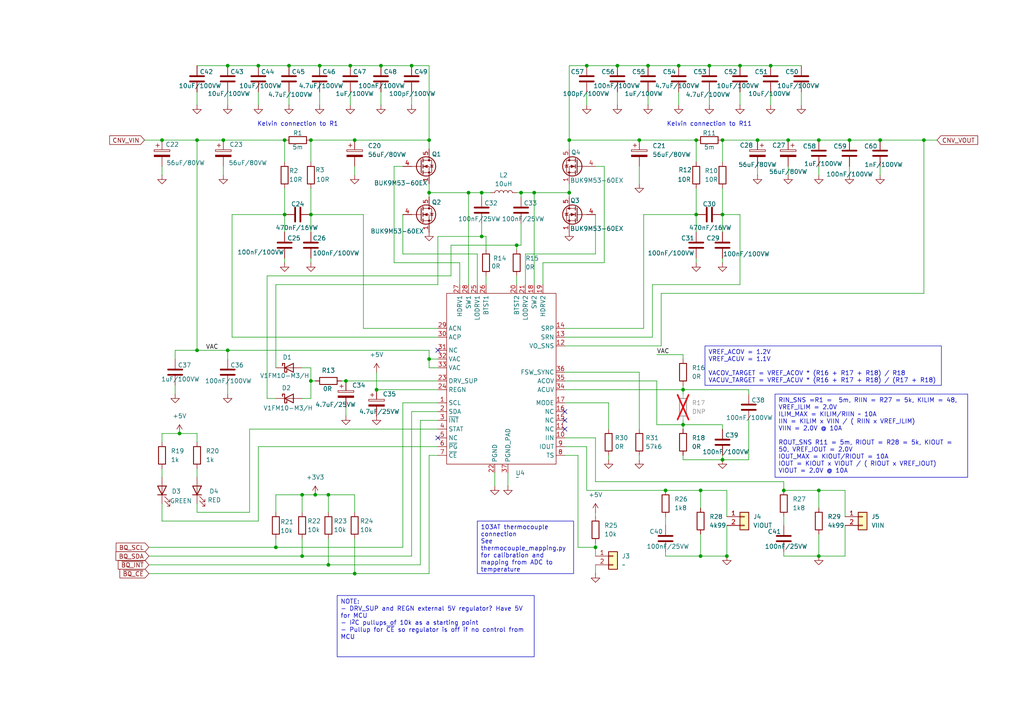
<source format=kicad_sch>
(kicad_sch (version 20231120) (generator "eeschema") (generator_version "8.0")
  (paper "A4")
  (junction (at 209.55 62.23))
  (junction (at 92.71 19.05))
  (junction (at 82.55 62.23))
  (junction (at 193.04 142.24))
  (junction (at 110.49 19.05))
  (junction (at 255.27 40.64))
  (junction (at 172.72 158.75))
  (junction (at 124.46 55.88))
  (junction (at 102.87 166.37))
  (junction (at 196.85 19.05))
  (junction (at 154.94 55.88))
  (junction (at 90.17 62.23))
  (junction (at 83.82 19.05))
  (junction (at 203.2 161.29))
  (junction (at 227.33 142.24))
  (junction (at 209.55 40.64))
  (junction (at 91.44 143.51))
  (junction (at 124.46 40.64))
  (junction (at 149.86 71.12))
  (junction (at 57.15 101.6))
  (junction (at 219.71 40.64))
  (junction (at 100.33 110.49))
  (junction (at 95.25 163.83))
  (junction (at 102.87 40.64))
  (junction (at 267.97 40.64))
  (junction (at 201.93 62.23))
  (junction (at 203.2 142.24))
  (junction (at 64.77 40.64))
  (junction (at 201.93 40.64))
  (junction (at 237.49 40.64))
  (junction (at 109.22 113.03))
  (junction (at 101.6 19.05))
  (junction (at 52.07 125.73))
  (junction (at 223.52 19.05))
  (junction (at 198.12 113.03))
  (junction (at 165.1 55.88))
  (junction (at 57.15 40.64))
  (junction (at 95.25 143.51))
  (junction (at 170.18 19.05))
  (junction (at 87.63 161.29))
  (junction (at 46.99 40.64))
  (junction (at 66.04 19.05))
  (junction (at 90.17 110.49))
  (junction (at 179.07 19.05))
  (junction (at 228.6 40.64))
  (junction (at 139.7 68.58))
  (junction (at 237.49 161.29))
  (junction (at 187.96 19.05))
  (junction (at 185.42 40.64))
  (junction (at 82.55 40.64))
  (junction (at 214.63 19.05))
  (junction (at 139.7 55.88))
  (junction (at 165.1 40.64))
  (junction (at 205.74 19.05))
  (junction (at 124.46 104.14))
  (junction (at 151.13 55.88))
  (junction (at 135.89 55.88))
  (junction (at 87.63 143.51))
  (junction (at 237.49 142.24))
  (junction (at 209.55 133.35))
  (junction (at 66.04 101.6))
  (junction (at 74.93 19.05))
  (junction (at 80.01 158.75))
  (junction (at 246.38 40.64))
  (junction (at 90.17 40.64))
  (junction (at 210.82 161.29))
  (junction (at 119.38 19.05))
  (junction (at 198.12 123.19))
  (no_connect (at 163.83 121.92))
  (no_connect (at 163.83 124.46))
  (no_connect (at 127 101.6))
  (no_connect (at 127 127))
  (no_connect (at 163.83 119.38))
  (wire (pts (xy 198.12 123.19) (xy 209.55 123.19)))
  (wire (pts (xy 190.5 110.49) (xy 190.5 123.19)))
  (wire (pts (xy 172.72 62.23) (xy 172.72 73.66)))
  (wire (pts (xy 46.99 146.05) (xy 46.99 151.13)))
  (wire (pts (xy 196.85 26.67) (xy 196.85 30.48)))
  (wire (pts (xy 41.91 40.64) (xy 46.99 40.64)))
  (wire (pts (xy 102.87 40.64) (xy 124.46 40.64)))
  (wire (pts (xy 186.69 62.23) (xy 186.69 95.25)))
  (wire (pts (xy 138.43 73.66) (xy 138.43 82.55)))
  (wire (pts (xy 246.38 48.26) (xy 246.38 50.8)))
  (wire (pts (xy 82.55 62.23) (xy 82.55 67.31)))
  (wire (pts (xy 196.85 19.05) (xy 187.96 19.05)))
  (wire (pts (xy 237.49 48.26) (xy 237.49 50.8)))
  (wire (pts (xy 102.87 156.21) (xy 102.87 166.37)))
  (wire (pts (xy 201.93 62.23) (xy 201.93 67.31)))
  (wire (pts (xy 165.1 40.64) (xy 165.1 43.18)))
  (wire (pts (xy 82.55 54.61) (xy 82.55 62.23)))
  (wire (pts (xy 151.13 71.12) (xy 149.86 71.12)))
  (wire (pts (xy 91.44 143.51) (xy 95.25 143.51)))
  (wire (pts (xy 237.49 161.29) (xy 245.11 161.29)))
  (wire (pts (xy 179.07 26.67) (xy 179.07 30.48)))
  (wire (pts (xy 116.84 62.23) (xy 116.84 73.66)))
  (wire (pts (xy 165.1 19.05) (xy 165.1 40.64)))
  (wire (pts (xy 119.38 19.05) (xy 124.46 19.05)))
  (wire (pts (xy 237.49 142.24) (xy 237.49 147.32)))
  (wire (pts (xy 77.47 115.57) (xy 77.47 80.01)))
  (wire (pts (xy 102.87 48.26) (xy 102.87 50.8)))
  (wire (pts (xy 87.63 115.57) (xy 90.17 115.57)))
  (wire (pts (xy 110.49 26.67) (xy 110.49 30.48)))
  (wire (pts (xy 57.15 40.64) (xy 57.15 101.6)))
  (wire (pts (xy 124.46 104.14) (xy 127 104.14)))
  (wire (pts (xy 116.84 73.66) (xy 138.43 73.66)))
  (wire (pts (xy 209.55 123.19) (xy 209.55 124.46)))
  (wire (pts (xy 66.04 101.6) (xy 66.04 104.14)))
  (wire (pts (xy 101.6 26.67) (xy 101.6 30.48)))
  (wire (pts (xy 209.55 54.61) (xy 209.55 62.23)))
  (wire (pts (xy 121.92 163.83) (xy 121.92 121.92)))
  (wire (pts (xy 170.18 19.05) (xy 165.1 19.05)))
  (wire (pts (xy 119.38 161.29) (xy 119.38 119.38)))
  (wire (pts (xy 185.42 40.64) (xy 201.93 40.64)))
  (wire (pts (xy 135.89 55.88) (xy 139.7 55.88)))
  (wire (pts (xy 95.25 143.51) (xy 95.25 148.59)))
  (wire (pts (xy 191.77 85.09) (xy 267.97 85.09)))
  (wire (pts (xy 43.18 158.75) (xy 80.01 158.75)))
  (wire (pts (xy 232.41 19.05) (xy 223.52 19.05)))
  (wire (pts (xy 214.63 26.67) (xy 214.63 30.48)))
  (wire (pts (xy 172.72 158.75) (xy 172.72 161.29)))
  (wire (pts (xy 163.83 97.79) (xy 189.23 97.79)))
  (wire (pts (xy 43.18 163.83) (xy 95.25 163.83)))
  (wire (pts (xy 198.12 123.19) (xy 198.12 124.46)))
  (wire (pts (xy 267.97 40.64) (xy 271.78 40.64)))
  (wire (pts (xy 100.33 118.11) (xy 100.33 120.65)))
  (wire (pts (xy 175.26 76.2) (xy 157.48 76.2)))
  (wire (pts (xy 189.23 82.55) (xy 214.63 82.55)))
  (wire (pts (xy 154.94 55.88) (xy 165.1 55.88)))
  (wire (pts (xy 127 106.68) (xy 124.46 106.68)))
  (wire (pts (xy 152.4 82.55) (xy 152.4 73.66)))
  (wire (pts (xy 124.46 55.88) (xy 124.46 57.15)))
  (wire (pts (xy 214.63 62.23) (xy 214.63 82.55)))
  (wire (pts (xy 245.11 142.24) (xy 245.11 149.86)))
  (wire (pts (xy 237.49 142.24) (xy 245.11 142.24)))
  (wire (pts (xy 121.92 121.92) (xy 127 121.92)))
  (wire (pts (xy 223.52 26.67) (xy 223.52 30.48)))
  (wire (pts (xy 203.2 161.29) (xy 210.82 161.29)))
  (wire (pts (xy 139.7 55.88) (xy 142.24 55.88)))
  (wire (pts (xy 57.15 26.67) (xy 57.15 30.48)))
  (wire (pts (xy 87.63 143.51) (xy 87.63 148.59)))
  (wire (pts (xy 232.41 26.67) (xy 232.41 30.48)))
  (wire (pts (xy 74.93 129.54) (xy 127 129.54)))
  (wire (pts (xy 119.38 119.38) (xy 127 119.38)))
  (wire (pts (xy 205.74 19.05) (xy 196.85 19.05)))
  (wire (pts (xy 151.13 55.88) (xy 151.13 57.15)))
  (wire (pts (xy 227.33 149.86) (xy 227.33 152.4)))
  (wire (pts (xy 227.33 139.7) (xy 227.33 142.24)))
  (wire (pts (xy 95.25 163.83) (xy 121.92 163.83)))
  (wire (pts (xy 152.4 73.66) (xy 172.72 73.66)))
  (wire (pts (xy 110.49 19.05) (xy 119.38 19.05)))
  (wire (pts (xy 124.46 53.34) (xy 124.46 55.88)))
  (wire (pts (xy 90.17 54.61) (xy 90.17 62.23)))
  (wire (pts (xy 255.27 48.26) (xy 255.27 50.8)))
  (wire (pts (xy 124.46 106.68) (xy 124.46 104.14)))
  (wire (pts (xy 151.13 55.88) (xy 154.94 55.88)))
  (wire (pts (xy 64.77 48.26) (xy 64.77 50.8)))
  (wire (pts (xy 90.17 62.23) (xy 105.41 62.23)))
  (wire (pts (xy 191.77 100.33) (xy 191.77 85.09)))
  (wire (pts (xy 57.15 125.73) (xy 57.15 128.27)))
  (wire (pts (xy 165.1 53.34) (xy 165.1 55.88)))
  (wire (pts (xy 193.04 142.24) (xy 203.2 142.24)))
  (wire (pts (xy 172.72 163.83) (xy 172.72 166.37)))
  (wire (pts (xy 185.42 107.95) (xy 185.42 124.46)))
  (wire (pts (xy 154.94 55.88) (xy 154.94 82.55)))
  (wire (pts (xy 127 82.55) (xy 127 68.58)))
  (wire (pts (xy 80.01 115.57) (xy 77.47 115.57)))
  (wire (pts (xy 57.15 19.05) (xy 66.04 19.05)))
  (wire (pts (xy 90.17 40.64) (xy 102.87 40.64)))
  (wire (pts (xy 90.17 106.68) (xy 90.17 110.49)))
  (wire (pts (xy 87.63 143.51) (xy 91.44 143.51)))
  (wire (pts (xy 149.86 71.12) (xy 149.86 72.39)))
  (wire (pts (xy 176.53 116.84) (xy 163.83 116.84)))
  (wire (pts (xy 157.48 76.2) (xy 157.48 82.55)))
  (wire (pts (xy 124.46 40.64) (xy 124.46 43.18)))
  (wire (pts (xy 172.72 148.59) (xy 172.72 149.86)))
  (wire (pts (xy 190.5 102.87) (xy 198.12 102.87)))
  (wire (pts (xy 210.82 152.4) (xy 210.82 161.29)))
  (wire (pts (xy 185.42 132.08) (xy 185.42 133.35)))
  (wire (pts (xy 87.63 156.21) (xy 87.63 161.29)))
  (wire (pts (xy 116.84 116.84) (xy 127 116.84)))
  (wire (pts (xy 90.17 110.49) (xy 90.17 115.57)))
  (wire (pts (xy 90.17 110.49) (xy 91.44 110.49)))
  (wire (pts (xy 198.12 133.35) (xy 209.55 133.35)))
  (wire (pts (xy 105.41 62.23) (xy 105.41 95.25)))
  (wire (pts (xy 90.17 74.93) (xy 90.17 76.2)))
  (wire (pts (xy 139.7 68.58) (xy 140.97 68.58)))
  (wire (pts (xy 198.12 121.92) (xy 198.12 123.19)))
  (wire (pts (xy 201.93 54.61) (xy 201.93 62.23)))
  (wire (pts (xy 217.17 121.92) (xy 217.17 133.35)))
  (wire (pts (xy 193.04 160.02) (xy 193.04 161.29)))
  (wire (pts (xy 172.72 48.26) (xy 175.26 48.26)))
  (wire (pts (xy 149.86 55.88) (xy 151.13 55.88)))
  (wire (pts (xy 90.17 40.64) (xy 90.17 46.99)))
  (wire (pts (xy 50.8 101.6) (xy 57.15 101.6)))
  (wire (pts (xy 127 97.79) (xy 67.31 97.79)))
  (wire (pts (xy 172.72 127) (xy 172.72 139.7)))
  (wire (pts (xy 46.99 135.89) (xy 46.99 138.43)))
  (wire (pts (xy 201.93 62.23) (xy 186.69 62.23)))
  (wire (pts (xy 147.32 137.16) (xy 147.32 140.97)))
  (wire (pts (xy 176.53 132.08) (xy 176.53 133.35)))
  (wire (pts (xy 167.64 132.08) (xy 167.64 158.75)))
  (wire (pts (xy 100.33 110.49) (xy 127 110.49)))
  (wire (pts (xy 163.83 127) (xy 172.72 127)))
  (wire (pts (xy 228.6 48.26) (xy 228.6 50.8)))
  (wire (pts (xy 124.46 104.14) (xy 124.46 101.6)))
  (wire (pts (xy 57.15 146.05) (xy 57.15 148.59)))
  (wire (pts (xy 217.17 113.03) (xy 217.17 114.3)))
  (wire (pts (xy 64.77 40.64) (xy 82.55 40.64)))
  (wire (pts (xy 46.99 40.64) (xy 57.15 40.64)))
  (wire (pts (xy 267.97 85.09) (xy 267.97 40.64)))
  (wire (pts (xy 227.33 160.02) (xy 227.33 161.29)))
  (wire (pts (xy 105.41 95.25) (xy 127 95.25)))
  (wire (pts (xy 163.83 100.33) (xy 191.77 100.33)))
  (wire (pts (xy 219.71 48.26) (xy 219.71 50.8)))
  (wire (pts (xy 74.93 19.05) (xy 83.82 19.05)))
  (wire (pts (xy 67.31 62.23) (xy 82.55 62.23)))
  (wire (pts (xy 83.82 26.67) (xy 83.82 30.48)))
  (wire (pts (xy 95.25 143.51) (xy 102.87 143.51)))
  (wire (pts (xy 214.63 19.05) (xy 205.74 19.05)))
  (wire (pts (xy 101.6 19.05) (xy 110.49 19.05)))
  (wire (pts (xy 87.63 161.29) (xy 119.38 161.29)))
  (wire (pts (xy 77.47 80.01) (xy 130.81 80.01)))
  (wire (pts (xy 175.26 48.26) (xy 175.26 76.2)))
  (wire (pts (xy 66.04 111.76) (xy 66.04 114.3)))
  (wire (pts (xy 57.15 148.59) (xy 72.39 148.59)))
  (wire (pts (xy 139.7 55.88) (xy 139.7 57.15)))
  (wire (pts (xy 172.72 139.7) (xy 227.33 139.7)))
  (wire (pts (xy 163.83 132.08) (xy 167.64 132.08)))
  (wire (pts (xy 67.31 97.79) (xy 67.31 62.23)))
  (wire (pts (xy 228.6 40.64) (xy 237.49 40.64)))
  (wire (pts (xy 203.2 154.94) (xy 203.2 161.29)))
  (wire (pts (xy 201.93 40.64) (xy 201.93 46.99)))
  (wire (pts (xy 227.33 142.24) (xy 237.49 142.24)))
  (wire (pts (xy 143.51 137.16) (xy 143.51 140.97)))
  (wire (pts (xy 198.12 102.87) (xy 198.12 104.14)))
  (wire (pts (xy 205.74 26.67) (xy 205.74 30.48)))
  (wire (pts (xy 170.18 26.67) (xy 170.18 30.48)))
  (wire (pts (xy 186.69 95.25) (xy 163.83 95.25)))
  (wire (pts (xy 163.83 113.03) (xy 198.12 113.03)))
  (wire (pts (xy 102.87 166.37) (xy 124.46 166.37)))
  (wire (pts (xy 90.17 62.23) (xy 90.17 67.31)))
  (wire (pts (xy 170.18 129.54) (xy 170.18 142.24)))
  (wire (pts (xy 102.87 143.51) (xy 102.87 148.59)))
  (wire (pts (xy 203.2 142.24) (xy 203.2 147.32)))
  (wire (pts (xy 50.8 104.14) (xy 50.8 101.6)))
  (wire (pts (xy 109.22 107.95) (xy 109.22 113.03)))
  (wire (pts (xy 185.42 48.26) (xy 185.42 53.34)))
  (wire (pts (xy 214.63 62.23) (xy 209.55 62.23)))
  (wire (pts (xy 66.04 26.67) (xy 66.04 30.48)))
  (wire (pts (xy 57.15 101.6) (xy 66.04 101.6)))
  (wire (pts (xy 114.3 76.2) (xy 133.35 76.2)))
  (wire (pts (xy 130.81 80.01) (xy 130.81 71.12)))
  (wire (pts (xy 209.55 133.35) (xy 217.17 133.35)))
  (wire (pts (xy 82.55 74.93) (xy 82.55 76.2)))
  (wire (pts (xy 246.38 40.64) (xy 255.27 40.64)))
  (wire (pts (xy 170.18 142.24) (xy 193.04 142.24)))
  (wire (pts (xy 130.81 71.12) (xy 149.86 71.12)))
  (wire (pts (xy 92.71 19.05) (xy 101.6 19.05)))
  (wire (pts (xy 149.86 80.01) (xy 149.86 82.55)))
  (wire (pts (xy 209.55 132.08) (xy 209.55 133.35)))
  (wire (pts (xy 83.82 19.05) (xy 92.71 19.05)))
  (wire (pts (xy 124.46 132.08) (xy 127 132.08)))
  (wire (pts (xy 219.71 40.64) (xy 209.55 40.64)))
  (wire (pts (xy 124.46 19.05) (xy 124.46 40.64)))
  (wire (pts (xy 190.5 123.19) (xy 198.12 123.19)))
  (wire (pts (xy 255.27 40.64) (xy 267.97 40.64)))
  (wire (pts (xy 237.49 154.94) (xy 237.49 161.29)))
  (wire (pts (xy 140.97 80.01) (xy 140.97 82.55)))
  (wire (pts (xy 198.12 113.03) (xy 198.12 114.3)))
  (wire (pts (xy 163.83 110.49) (xy 190.5 110.49)))
  (wire (pts (xy 66.04 19.05) (xy 74.93 19.05)))
  (wire (pts (xy 187.96 26.67) (xy 187.96 30.48)))
  (wire (pts (xy 80.01 82.55) (xy 127 82.55)))
  (wire (pts (xy 135.89 82.55) (xy 135.89 55.88)))
  (wire (pts (xy 209.55 62.23) (xy 209.55 67.31)))
  (wire (pts (xy 209.55 74.93) (xy 209.55 76.2)))
  (wire (pts (xy 116.84 48.26) (xy 114.3 48.26)))
  (wire (pts (xy 99.06 110.49) (xy 100.33 110.49)))
  (wire (pts (xy 172.72 157.48) (xy 172.72 158.75)))
  (wire (pts (xy 46.99 151.13) (xy 74.93 151.13)))
  (wire (pts (xy 139.7 64.77) (xy 139.7 68.58)))
  (wire (pts (xy 124.46 166.37) (xy 124.46 132.08)))
  (wire (pts (xy 228.6 40.64) (xy 219.71 40.64)))
  (wire (pts (xy 52.07 125.73) (xy 57.15 125.73)))
  (wire (pts (xy 140.97 68.58) (xy 140.97 72.39)))
  (wire (pts (xy 82.55 40.64) (xy 82.55 46.99)))
  (wire (pts (xy 193.04 161.29) (xy 203.2 161.29)))
  (wire (pts (xy 165.1 55.88) (xy 165.1 57.15)))
  (wire (pts (xy 185.42 40.64) (xy 165.1 40.64)))
  (wire (pts (xy 43.18 161.29) (xy 87.63 161.29)))
  (wire (pts (xy 245.11 152.4) (xy 245.11 161.29)))
  (wire (pts (xy 87.63 106.68) (xy 90.17 106.68)))
  (wire (pts (xy 198.12 113.03) (xy 217.17 113.03)))
  (wire (pts (xy 46.99 48.26) (xy 46.99 50.8)))
  (wire (pts (xy 116.84 158.75) (xy 116.84 116.84)))
  (wire (pts (xy 198.12 132.08) (xy 198.12 133.35)))
  (wire (pts (xy 80.01 156.21) (xy 80.01 158.75)))
  (wire (pts (xy 176.53 124.46) (xy 176.53 116.84)))
  (wire (pts (xy 167.64 158.75) (xy 172.72 158.75)))
  (wire (pts (xy 151.13 64.77) (xy 151.13 71.12)))
  (wire (pts (xy 80.01 143.51) (xy 87.63 143.51)))
  (wire (pts (xy 223.52 19.05) (xy 214.63 19.05)))
  (wire (pts (xy 114.3 48.26) (xy 114.3 76.2)))
  (wire (pts (xy 163.83 129.54) (xy 170.18 129.54)))
  (wire (pts (xy 72.39 124.46) (xy 127 124.46)))
  (wire (pts (xy 163.83 107.95) (xy 185.42 107.95)))
  (wire (pts (xy 189.23 97.79) (xy 189.23 82.55)))
  (wire (pts (xy 74.93 151.13) (xy 74.93 129.54)))
  (wire (pts (xy 198.12 113.03) (xy 198.12 111.76)))
  (wire (pts (xy 187.96 19.05) (xy 179.07 19.05)))
  (wire (pts (xy 237.49 40.64) (xy 246.38 40.64)))
  (wire (pts (xy 57.15 135.89) (xy 57.15 138.43)))
  (wire (pts (xy 193.04 149.86) (xy 193.04 152.4)))
  (wire (pts (xy 46.99 125.73) (xy 52.07 125.73)))
  (wire (pts (xy 80.01 158.75) (xy 116.84 158.75)))
  (wire (pts (xy 92.71 26.67) (xy 92.71 30.48)))
  (wire (pts (xy 124.46 101.6) (xy 66.04 101.6)))
  (wire (pts (xy 210.82 142.24) (xy 210.82 149.86)))
  (wire (pts (xy 203.2 142.24) (xy 210.82 142.24)))
  (wire (pts (xy 133.35 76.2) (xy 133.35 82.55)))
  (wire (pts (xy 179.07 19.05) (xy 170.18 19.05)))
  (wire (pts (xy 50.8 111.76) (xy 50.8 114.3)))
  (wire (pts (xy 72.39 148.59) (xy 72.39 124.46)))
  (wire (pts (xy 119.38 26.67) (xy 119.38 30.48)))
  (wire (pts (xy 201.93 74.93) (xy 201.93 76.2)))
  (wire (pts (xy 95.25 156.21) (xy 95.25 163.83)))
  (wire (pts (xy 124.46 55.88) (xy 135.89 55.88)))
  (wire (pts (xy 57.15 40.64) (xy 64.77 40.64)))
  (wire (pts (xy 80.01 106.68) (xy 80.01 82.55)))
  (wire (pts (xy 46.99 125.73) (xy 46.99 128.27)))
  (wire (pts (xy 109.22 113.03) (xy 127 113.03)))
  (wire (pts (xy 209.55 40.64) (xy 209.55 46.99)))
  (wire (pts (xy 80.01 148.59) (xy 80.01 143.51)))
  (wire (pts (xy 127 68.58) (xy 139.7 68.58)))
  (wire (pts (xy 43.18 166.37) (xy 102.87 166.37)))
  (wire (pts (xy 227.33 161.29) (xy 237.49 161.29)))
  (wire (pts (xy 74.93 26.67) (xy 74.93 30.48)))
  (text_box "103AT thermocouple connection\nSee thermocouple_mapping.py for calibration and mapping from ADC to temperature" (at 138.43 151.13 0) (size 27.94 15.24) (effects (font (size 1.27 1.27)) (justify left top)))
  (text_box "RIN_SNS =R1 =  5m, RIIN = R27 = 5k, KILIM = 48, VREF_ILIM = 2.0V\nILIM_MAX = KILIM/RIIN ~ 10A\nIIN = KILIM x VIIN / ( RIIN x VREF_ILIM)\nVIIN = 2.0V @ 10A\n \nROUT_SNS R11 = 5m, RIOUT = R28 = 5k, KIOUT = 50, VREF_IOUT = 2.0V\nIOUT_MAX = KIOUT/RIOUT = 10A\nIOUT = KIOUT x VIOUT / ( RIOUT x VREF_IOUT)\nVIOUT = 2.0V @ 10A\n" (at 224.79 114.3 0) (size 55.88 24.13) (effects (font (size 1.27 1.27)) (justify left top)))
  (text_box "VREF_ACOV = 1.2V\nVREF_ACUV = 1.1V\n\nVACOV_TARGET = VREF_ACOV * (R16 + R17 + R18) / R18\nVACUV_TARGET = VREF_ACUV * (R16 + R17 + R18) / (R17 + R18)\n" (at 204.47 100.33 0) (size 68.58 11.43) (effects (font (size 1.27 1.27)) (justify left top)))
  (text_box "NOTE:\n- DRV_SUP and REGN external 5V regulator? Have 5V for MCU\n- I^{2}C pullups of 10k as a starting point\n- Pullup for ~{CE} so regulator is off if no control from MCU" (at 97.79 172.72 0) (size 57.15 17.78) (effects (font (size 1.27 1.27)) (justify left top)))
  (text "Kelvin connection to R11" (at 205.74 36.068 0) (effects (font (size 1.27 1.27))))
  (text "Kelvin connection to R1" (at 86.36 36.068 0) (effects (font (size 1.27 1.27))))
  (label "VAC" (at 59.69 101.6 0))
  (label "VAC" (at 190.5 102.87 0))
  (global_label "~{BQ_CE}" (shape input) (at 43.18 166.37 180) (property "Intersheetrefs" "${INTERSHEET_REFS}" (effects (hide yes))))
  (global_label "BQ_SDA" (shape input) (at 43.18 161.29 180) (property "Intersheetrefs" "${INTERSHEET_REFS}" (effects (hide yes))))
  (global_label "CNV_VIN" (shape input) (at 41.91 40.64 180) (property "Intersheetrefs" "${INTERSHEET_REFS}" (effects (hide yes))))
  (global_label "~{BQ_INT}" (shape input) (at 43.18 163.83 180) (property "Intersheetrefs" "${INTERSHEET_REFS}" (effects (hide yes))))
  (global_label "CNV_VOUT" (shape input) (at 271.78 40.64 0) (property "Intersheetrefs" "${INTERSHEET_REFS}" (effects (hide yes))))
  (global_label "BQ_SCL" (shape input) (at 43.18 158.75 180) (property "Intersheetrefs" "${INTERSHEET_REFS}" (effects (hide yes))))
  (symbol (lib_id "Device:LED") (at 46.99 142.24 90) (unit 1)
    (property "Reference" "D3" (at 49.784 142.494 90) (effects (justify right)))
    (property "Value" "GREEN" (at 49.276 145.288 90) (effects (justify right)))
    (property "Footprint" "LED_SMD:LED_0603_1608Metric" (effects (hide yes)))
    (property "Description" "Light emitting diode" (effects (hide yes)))
  )
  (symbol (lib_id "BC-lib:BUK7Y4R8-60E") (at 121.92 62.23 0) (unit 1)
    (property "Reference" "Q2" (at 125.222 58.674 0) (effects (justify left)))
    (property "Value" "BUK9M53-60EX" (at 107.442 67.056 0) (effects (justify left)))
    (property "Footprint" "Package_TO_SOT_SMD:LFPAK33" (effects (hide yes)))
    (property "Datasheet" "https://assets.nexperia.com/documents/data-sheet/BUK9M53-60E.pdf" (effects (hide yes)))
    (property "Description" "17A Id, 60V Vds, N-Channel TrenchMOS MOSFET, 46mOhm Ron, 6nC Qqd, -55 to 175 °C, LFPAK33" (effects (hide yes)))
  )
  (symbol (lib_id "Device:C") (at 110.49 22.86 0) (unit 1)
    (property "Reference" "C48" (at 111.252 20.828 0) (effects (justify left)))
    (property "Value" "100nF/100VW" (at 103.886 24.892 0) (effects (justify left)))
    (property "Description" "Unpolarized capacitor" (effects (hide yes)))
  )
  (symbol (lib_id "power:GND") (at 214.63 30.48 0) (mirror y) (unit 1)
    (property "Reference" "#PWR065" (effects (hide yes)))
    (property "Value" "GND" (effects (hide yes)))
    (property "Description" "Power symbol creates a global label with name \"GND\" , ground" (effects (hide yes)))
  )
  (symbol (lib_id "Device:C") (at 205.74 62.23 270) (mirror x) (unit 1)
    (property "Reference" "C30" (at 205.74 59.182 90))
    (property "Value" "470nF/16VW" (at 205.994 66.04 90))
    (property "Description" "Unpolarized capacitor" (effects (hide yes)))
  )
  (symbol (lib_id "Device:C") (at 139.7 60.96 0) (unit 1)
    (property "Reference" "C32" (at 140.462 58.928 0) (effects (justify left)))
    (property "Value" "100nF/25VW" (at 132.842 63.5 0) (effects (justify left)))
    (property "Description" "Unpolarized capacitor" (effects (hide yes)))
  )
  (symbol (lib_id "Device:R") (at 172.72 153.67 0) (unit 1)
    (property "Reference" "R25" (at 175.26 152.3999 0) (effects (justify left)))
    (property "Value" "10k" (at 175.26 154.9399 0) (effects (justify left)))
    (property "Description" "Resistor" (effects (hide yes)))
  )
  (symbol (lib_id "Device:R") (at 86.36 40.64 90) (unit 1)
    (property "Reference" "R1" (at 86.36 38.608 90))
    (property "Value" "5m" (at 86.36 42.672 90))
    (property "Description" "Resistor" (effects (hide yes)))
  )
  (symbol (lib_id "Device:R") (at 209.55 50.8 0) (mirror y) (unit 1)
    (property "Reference" "R10" (at 208.28 49.53 0) (effects (justify left)))
    (property "Value" "10R" (at 208.28 52.07 0) (effects (justify left)))
    (property "Description" "Resistor" (effects (hide yes)))
  )
  (symbol (lib_id "power:GND") (at 102.87 50.8 0) (unit 1)
    (property "Reference" "#PWR033" (effects (hide yes)))
    (property "Value" "GND" (effects (hide yes)))
    (property "Description" "Power symbol creates a global label with name \"GND\" , ground" (effects (hide yes)))
  )
  (symbol (lib_id "power:GND") (at 170.18 30.48 0) (mirror y) (unit 1)
    (property "Reference" "#PWR070" (effects (hide yes)))
    (property "Value" "GND" (effects (hide yes)))
    (property "Description" "Power symbol creates a global label with name \"GND\" , ground" (effects (hide yes)))
  )
  (symbol (lib_id "power:GND") (at 255.27 50.8 0) (mirror y) (unit 1)
    (property "Reference" "#PWR073" (effects (hide yes)))
    (property "Value" "GND" (effects (hide yes)))
    (property "Description" "Power symbol creates a global label with name \"GND\" , ground" (effects (hide yes)))
  )
  (symbol (lib_id "power:GND") (at 101.6 30.48 0) (unit 1)
    (property "Reference" "#PWR060" (effects (hide yes)))
    (property "Value" "GND" (effects (hide yes)))
    (property "Description" "Power symbol creates a global label with name \"GND\" , ground" (effects (hide yes)))
  )
  (symbol (lib_id "Device:R") (at 57.15 132.08 0) (unit 1)
    (property "Reference" "R20" (at 59.69 130.8099 0) (effects (justify left)))
    (property "Value" "1k" (at 59.69 133.3499 0) (effects (justify left)))
    (property "Description" "Resistor" (effects (hide yes)))
  )
  (symbol (lib_id "Device:R") (at 185.42 128.27 0) (unit 1)
    (property "Reference" "R31" (at 187.198 127 0) (effects (justify left)))
    (property "Value" "57k6" (at 187.198 129.54 0) (effects (justify left)))
    (property "Description" "Resistor" (effects (hide yes)))
  )
  (symbol (lib_id "Device:C") (at 86.36 62.23 90) (unit 1)
    (property "Reference" "C24" (at 86.36 59.182 90))
    (property "Value" "470nF/16VW" (at 86.106 66.04 90))
    (property "Description" "Unpolarized capacitor" (effects (hide yes)))
  )
  (symbol (lib_id "Device:C") (at 217.17 118.11 0) (unit 1)
    (property "Reference" "C38" (at 217.932 116.078 0) (effects (justify left)))
    (property "Value" "100nF/100VW" (at 210.566 121.158 0) (effects (justify left)))
    (property "Description" "Unpolarized capacitor" (effects (hide yes)))
  )
  (symbol (lib_id "Device:C") (at 232.41 22.86 0) (mirror y) (unit 1)
    (property "Reference" "C50" (at 231.648 20.828 0) (effects (justify left)))
    (property "Value" "10uF/100VW" (at 237.744 24.892 0) (effects (justify left)))
    (property "Description" "Unpolarized capacitor" (effects (hide yes)))
  )
  (symbol (lib_id "Device:C_Polarized") (at 46.99 44.45 0) (unit 1)
    (property "Reference" "C22" (at 48.006 41.91 0) (effects (justify left)))
    (property "Value" "56uF/80VW" (at 48.26 47.244 0) (effects (justify left)))
    (property "Description" "Polarized capacitor" (effects (hide yes)))
  )
  (symbol (lib_id "power:GND") (at 50.8 114.3 0) (unit 1)
    (property "Reference" "#PWR043" (effects (hide yes)))
    (property "Value" "GND" (effects (hide yes)))
    (property "Description" "Power symbol creates a global label with name \"GND\" , ground" (effects (hide yes)))
  )
  (symbol (lib_id "power:GND") (at 201.93 76.2 0) (mirror y) (unit 1)
    (property "Reference" "#PWR038" (effects (hide yes)))
    (property "Value" "GND" (effects (hide yes)))
    (property "Description" "Power symbol creates a global label with name \"GND\" , ground" (effects (hide yes)))
  )
  (symbol (lib_id "power:GND") (at 209.55 133.35 0) (unit 1)
    (property "Reference" "#PWR045" (effects (hide yes)))
    (property "Value" "GND" (effects (hide yes)))
    (property "Description" "Power symbol creates a global label with name \"GND\" , ground" (effects (hide yes)))
  )
  (symbol (lib_id "power:GND") (at 172.72 166.37 0) (unit 1)
    (property "Reference" "#PWR050" (effects (hide yes)))
    (property "Value" "GND" (effects (hide yes)))
    (property "Description" "Power symbol creates a global label with name \"GND\" , ground" (effects (hide yes)))
  )
  (symbol (lib_id "power:GND") (at 143.51 140.97 0) (unit 1)
    (property "Reference" "#PWR041" (effects (hide yes)))
    (property "Value" "GND" (effects (hide yes)))
    (property "Description" "Power symbol creates a global label with name \"GND\" , ground" (effects (hide yes)))
  )
  (symbol (lib_id "power:GND") (at 185.42 133.35 0) (unit 1)
    (property "Reference" "#PWR054" (effects (hide yes)))
    (property "Value" "GND" (effects (hide yes)))
    (property "Description" "Power symbol creates a global label with name \"GND\" , ground" (effects (hide yes)))
  )
  (symbol (lib_id "Device:R") (at 149.86 76.2 180) (unit 1)
    (property "Reference" "R15" (at 152.4 74.9299 0) (effects (justify right)))
    (property "Value" "0R" (at 152.4 77.4699 0) (effects (justify right)))
    (property "Description" "Resistor" (effects (hide yes)))
  )
  (symbol (lib_id "Device:C") (at 151.13 60.96 0) (unit 1)
    (property "Reference" "C33" (at 151.892 58.928 0) (effects (justify left)))
    (property "Value" "100nF/25VW" (at 145.542 63.5 0) (effects (justify left)))
    (property "Description" "Unpolarized capacitor" (effects (hide yes)))
  )
  (symbol (lib_id "Device:R") (at 176.53 128.27 0) (unit 1)
    (property "Reference" "R30" (at 178.308 127 0) (effects (justify left)))
    (property "Value" "0R" (at 178.308 129.54 0) (effects (justify left)))
    (property "Description" "Resistor" (effects (hide yes)))
  )
  (symbol (lib_id "Device:C") (at 179.07 22.86 0) (mirror y) (unit 1)
    (property "Reference" "C56" (at 178.308 20.828 0) (effects (justify left)))
    (property "Value" "100nF/100VW" (at 185.674 24.892 0) (effects (justify left)))
    (property "Description" "Unpolarized capacitor" (effects (hide yes)))
  )
  (symbol (lib_id "Device:LED") (at 57.15 142.24 90) (unit 1)
    (property "Reference" "D4" (at 60.706 142.494 90) (effects (justify right)))
    (property "Value" "RED" (at 60.198 145.034 90) (effects (justify right)))
    (property "Footprint" "LED_SMD:LED_0603_1608Metric" (effects (hide yes)))
    (property "Description" "Light emitting diode" (effects (hide yes)))
  )
  (symbol (lib_id "Device:C") (at 196.85 22.86 0) (mirror y) (unit 1)
    (property "Reference" "C54" (at 196.088 20.828 0) (effects (justify left)))
    (property "Value" "4.7uF/100VW" (at 202.946 24.892 0) (effects (justify left)))
    (property "Description" "Unpolarized capacitor" (effects (hide yes)))
  )
  (symbol (lib_id "Device:R") (at 227.33 146.05 0) (unit 1)
    (property "Reference" "R27" (at 229.87 144.7799 0) (effects (justify left)))
    (property "Value" "1k8" (at 229.87 147.3199 0) (effects (justify left)))
    (property "Description" "Resistor" (effects (hide yes)))
  )
  (symbol (lib_id "Connector_Generic:Conn_01x02") (at 215.9 149.86 0) (unit 1)
    (property "Reference" "J4" (at 218.44 149.8599 0) (effects (justify left)))
    (property "Value" "VIOUT" (at 218.44 152.3999 0) (effects (justify left)))
    (property "Description" "Generic connector, single row, 01x02, script generated (kicad-library-utils/schlib/autogen/connector/)" (effects (hide yes)))
  )
  (symbol (lib_id "Device:C") (at 193.04 156.21 0) (mirror y) (unit 1)
    (property "Reference" "C40" (at 192.278 154.178 0) (effects (justify left)))
    (property "Value" "100nF/25VW" (at 199.898 158.496 0) (effects (justify left)))
    (property "Description" "Unpolarized capacitor" (effects (hide yes)))
  )
  (symbol (lib_id "power:GND") (at 237.49 161.29 0) (mirror y) (unit 1)
    (property "Reference" "#PWR052" (effects (hide yes)))
    (property "Value" "GND" (effects (hide yes)))
    (property "Description" "Power symbol creates a global label with name \"GND\" , ground" (effects (hide yes)))
  )
  (symbol (lib_id "Device:R") (at 198.12 118.11 0) (unit 1) (dnp yes)
    (property "Reference" "R17" (at 200.66 116.8399 0) (effects (justify left)))
    (property "Value" "DNP" (at 200.66 119.3799 0) (effects (justify left)))
    (property "Description" "Resistor" (effects (hide yes)))
  )
  (symbol (lib_id "power:GND") (at 119.38 30.48 0) (unit 1)
    (property "Reference" "#PWR062" (effects (hide yes)))
    (property "Value" "GND" (effects (hide yes)))
    (property "Description" "Power symbol creates a global label with name \"GND\" , ground" (effects (hide yes)))
  )
  (symbol (lib_id "Device:C") (at 82.55 71.12 0) (unit 1)
    (property "Reference" "C25" (at 83.312 69.088 0) (effects (justify left)))
    (property "Value" "100nF/100VW" (at 68.834 73.152 0) (effects (justify left)))
    (property "Description" "Unpolarized capacitor" (effects (hide yes)))
  )
  (symbol (lib_id "Device:C") (at 201.93 71.12 0) (mirror y) (unit 1)
    (property "Reference" "C31" (at 201.422 69.088 0) (effects (justify left)))
    (property "Value" "100nF/100VW" (at 201.422 73.406 0) (effects (justify left)))
    (property "Description" "Unpolarized capacitor" (effects (hide yes)))
  )
  (symbol (lib_id "power:GND") (at 196.85 30.48 0) (mirror y) (unit 1)
    (property "Reference" "#PWR067" (effects (hide yes)))
    (property "Value" "GND" (effects (hide yes)))
    (property "Description" "Power symbol creates a global label with name \"GND\" , ground" (effects (hide yes)))
  )
  (symbol (lib_id "Device:C") (at 187.96 22.86 0) (mirror y) (unit 1)
    (property "Reference" "C55" (at 187.198 20.828 0) (effects (justify left)))
    (property "Value" "1uF/100VW" (at 192.278 27.178 0) (effects (justify left)))
    (property "Description" "Unpolarized capacitor" (effects (hide yes)))
  )
  (symbol (lib_id "power:GND") (at 82.55 76.2 0) (unit 1)
    (property "Reference" "#PWR029" (effects (hide yes)))
    (property "Value" "GND" (effects (hide yes)))
    (property "Description" "Power symbol creates a global label with name \"GND\" , ground" (effects (hide yes)))
  )
  (symbol (lib_id "Device:C") (at 246.38 44.45 0) (mirror y) (unit 1)
    (property "Reference" "C59" (at 245.618 42.418 0) (effects (justify left)))
    (property "Value" "100nF/100VW" (at 253.238 50.546 0) (effects (justify left)))
    (property "Description" "Unpolarized capacitor" (effects (hide yes)))
  )
  (symbol (lib_id "power:GND") (at 64.77 50.8 0) (unit 1)
    (property "Reference" "#PWR032" (effects (hide yes)))
    (property "Value" "GND" (effects (hide yes)))
    (property "Description" "Power symbol creates a global label with name \"GND\" , ground" (effects (hide yes)))
  )
  (symbol (lib_id "power:GND") (at 92.71 30.48 0) (unit 1)
    (property "Reference" "#PWR059" (effects (hide yes)))
    (property "Value" "GND" (effects (hide yes)))
    (property "Description" "Power symbol creates a global label with name \"GND\" , ground" (effects (hide yes)))
  )
  (symbol (lib_id "Device:C") (at 170.18 22.86 0) (mirror y) (unit 1)
    (property "Reference" "C57" (at 169.418 20.828 0) (effects (justify left)))
    (property "Value" "100pF/100VW" (at 176.784 27.178 0) (effects (justify left)))
    (property "Description" "Unpolarized capacitor" (effects (hide yes)))
  )
  (symbol (lib_id "power:+5V") (at 91.44 143.51 0) (unit 1)
    (property "Reference" "#PWR047" (effects (hide yes)))
    (property "Value" "+3V3" (at 91.44 138.43 0))
    (property "Description" "Power symbol creates a global label with name \"+5V\"" (effects (hide yes)))
  )
  (symbol (lib_id "power:GND") (at 90.17 76.2 0) (unit 1)
    (property "Reference" "#PWR030" (effects (hide yes)))
    (property "Value" "GND" (effects (hide yes)))
    (property "Description" "Power symbol creates a global label with name \"GND\" , ground" (effects (hide yes)))
  )
  (symbol (lib_id "Device:C") (at 57.15 22.86 0) (unit 1)
    (property "Reference" "C42" (at 57.912 20.828 0) (effects (justify left)))
    (property "Value" "10uF/100VW" (at 51.816 24.892 0) (effects (justify left)))
    (property "Description" "Unpolarized capacitor" (effects (hide yes)))
  )
  (symbol (lib_id "Device:R") (at 46.99 132.08 0) (unit 1)
    (property "Reference" "R19" (at 49.53 130.8099 0) (effects (justify left)))
    (property "Value" "1k" (at 49.53 133.3499 0) (effects (justify left)))
    (property "Description" "Resistor" (effects (hide yes)))
  )
  (symbol (lib_id "Device:R") (at 140.97 76.2 180) (unit 1)
    (property "Reference" "R14" (at 143.002 74.93 0) (effects (justify right)))
    (property "Value" "0R" (at 142.494 77.216 0) (effects (justify right)))
    (property "Description" "Resistor" (effects (hide yes)))
  )
  (symbol (lib_id "Device:R") (at 95.25 110.49 90) (unit 1)
    (property "Reference" "R13" (at 95.25 107.442 90))
    (property "Value" "0R" (at 94.996 112.776 90))
    (property "Description" "Resistor" (effects (hide yes)))
  )
  (symbol (lib_id "power:GND") (at 57.15 30.48 0) (unit 1)
    (property "Reference" "#PWR055" (effects (hide yes)))
    (property "Value" "GND" (effects (hide yes)))
    (property "Description" "Power symbol creates a global label with name \"GND\" , ground" (effects (hide yes)))
  )
  (symbol (lib_id "Device:D_Schottky") (at 83.82 115.57 0) (unit 1)
    (property "Reference" "D2" (at 83.058 112.522 0))
    (property "Value" "V1FM10-M3/H" (at 83.566 118.364 0))
    (property "Description" "Schottky diode" (effects (hide yes)))
  )
  (symbol (lib_id "Device:L") (at 146.05 55.88 90) (unit 1)
    (property "Reference" "L2" (at 146.05 50.8 90))
    (property "Value" "10uH" (at 146.05 53.34 90))
    (property "Description" "Inductor" (effects (hide yes)))
  )
  (symbol (lib_id "Device:C") (at 255.27 44.45 0) (mirror y) (unit 1)
    (property "Reference" "C60" (at 254.508 42.418 0) (effects (justify left)))
    (property "Value" "1nF/100VW" (at 261.874 47.752 0) (effects (justify left)))
    (property "Description" "Unpolarized capacitor" (effects (hide yes)))
  )
  (symbol (lib_id "Connector_Generic:Conn_01x02") (at 250.19 149.86 0) (unit 1)
    (property "Reference" "J5" (at 252.73 149.8599 0) (effects (justify left)))
    (property "Value" "VIIN" (at 252.73 152.3999 0) (effects (justify left)))
    (property "Description" "Generic connector, single row, 01x02, script generated (kicad-library-utils/schlib/autogen/connector/)" (effects (hide yes)))
  )
  (symbol (lib_id "Device:R") (at 80.01 152.4 0) (unit 1)
    (property "Reference" "R21" (at 81.28 151.384 0) (effects (justify left)))
    (property "Value" "10k" (at 81.28 153.924 0) (effects (justify left)))
    (property "Description" "Resistor" (effects (hide yes)))
  )
  (symbol (lib_id "Device:C") (at 119.38 22.86 0) (unit 1)
    (property "Reference" "C49" (at 120.142 20.828 0) (effects (justify left)))
    (property "Value" "100pF/100VW" (at 112.776 27.178 0) (effects (justify left)))
    (property "Description" "Unpolarized capacitor" (effects (hide yes)))
  )
  (symbol (lib_id "power:GND") (at 185.42 53.34 0) (unit 1)
    (property "Reference" "#PWR034" (effects (hide yes)))
    (property "Value" "GND" (effects (hide yes)))
    (property "Description" "Power symbol creates a global label with name \"GND\" , ground" (effects (hide yes)))
  )
  (symbol (lib_id "power:GND") (at 179.07 30.48 0) (mirror y) (unit 1)
    (property "Reference" "#PWR069" (effects (hide yes)))
    (property "Value" "GND" (effects (hide yes)))
    (property "Description" "Power symbol creates a global label with name \"GND\" , ground" (effects (hide yes)))
  )
  (symbol (lib_id "Device:C_Polarized") (at 64.77 44.45 0) (unit 1)
    (property "Reference" "C23" (at 66.548 41.91 0) (effects (justify left)))
    (property "Value" "56uF/80VW" (at 66.294 47.244 0) (effects (justify left)))
    (property "Description" "Polarized capacitor" (effects (hide yes)))
  )
  (symbol (lib_id "power:GND") (at 147.32 140.97 0) (unit 1)
    (property "Reference" "#PWR042" (effects (hide yes)))
    (property "Value" "GND" (effects (hide yes)))
    (property "Description" "Power symbol creates a global label with name \"GND\" , ground" (effects (hide yes)))
  )
  (symbol (lib_id "Device:C") (at 209.55 71.12 0) (mirror y) (unit 1)
    (property "Reference" "C29" (at 208.788 69.088 0) (effects (justify left)))
    (property "Value" "100nF/100VW" (at 223.266 73.66 0) (effects (justify left)))
    (property "Description" "Unpolarized capacitor" (effects (hide yes)))
  )
  (symbol (lib_id "power:GND") (at 46.99 50.8 0) (unit 1)
    (property "Reference" "#PWR031" (effects (hide yes)))
    (property "Value" "GND" (effects (hide yes)))
    (property "Description" "Power symbol creates a global label with name \"GND\" , ground" (effects (hide yes)))
  )
  (symbol (lib_id "power:GND") (at 66.04 114.3 0) (unit 1)
    (property "Reference" "#PWR044" (effects (hide yes)))
    (property "Value" "GND" (effects (hide yes)))
    (property "Description" "Power symbol creates a global label with name \"GND\" , ground" (effects (hide yes)))
  )
  (symbol (lib_id "Device:C") (at 66.04 107.95 0) (unit 1)
    (property "Reference" "C36" (at 66.802 105.918 0) (effects (justify left)))
    (property "Value" "100nF/100VW" (at 59.436 110.49 0) (effects (justify left)))
    (property "Description" "Unpolarized capacitor" (effects (hide yes)))
  )
  (symbol (lib_id "power:GND") (at 237.49 50.8 0) (mirror y) (unit 1)
    (property "Reference" "#PWR071" (effects (hide yes)))
    (property "Value" "GND" (effects (hide yes)))
    (property "Description" "Power symbol creates a global label with name \"GND\" , ground" (effects (hide yes)))
  )
  (symbol (lib_id "BC-lib:BQ25758") (at 144.78 91.44 0) (unit 1)
    (property "Reference" "U4" (at 149.5141 137.16 0) (effects (justify left)))
    (property "Value" "~" (at 149.5141 138.43 0) (effects (justify left)))
  )
  (symbol (lib_id "Device:D_Schottky") (at 83.82 106.68 0) (unit 1)
    (property "Reference" "D1" (at 83.312 103.632 0))
    (property "Value" "V1FM10-M3/H" (at 82.55 108.966 0))
    (property "Description" "Schottky diode" (effects (hide yes)))
  )
  (symbol (lib_id "power:GND") (at 176.53 133.35 0) (unit 1)
    (property "Reference" "#PWR053" (effects (hide yes)))
    (property "Value" "GND" (effects (hide yes)))
    (property "Description" "Power symbol creates a global label with name \"GND\" , ground" (effects (hide yes)))
  )
  (symbol (lib_id "power:GND") (at 232.41 30.48 0) (mirror y) (unit 1)
    (property "Reference" "#PWR063" (effects (hide yes)))
    (property "Value" "GND" (effects (hide yes)))
    (property "Description" "Power symbol creates a global label with name \"GND\" , ground" (effects (hide yes)))
  )
  (symbol (lib_id "Device:R") (at 205.74 40.64 270) (mirror x) (unit 1)
    (property "Reference" "R11" (at 205.74 38.608 90))
    (property "Value" "5m" (at 205.74 42.672 90))
    (property "Description" "Resistor" (effects (hide yes)))
  )
  (symbol (lib_id "Device:R") (at 193.04 146.05 0) (unit 1)
    (property "Reference" "R26" (at 195.58 144.7799 0) (effects (justify left)))
    (property "Value" "1k8" (at 195.58 147.3199 0) (effects (justify left)))
    (property "Description" "Resistor" (effects (hide yes)))
  )
  (symbol (lib_id "Device:C") (at 101.6 22.86 0) (unit 1)
    (property "Reference" "C47" (at 102.362 20.828 0) (effects (justify left)))
    (property "Value" "1uF/100VW" (at 97.282 27.178 0) (effects (justify left)))
    (property "Description" "Unpolarized capacitor" (effects (hide yes)))
  )
  (symbol (lib_id "Device:C_Polarized") (at 102.87 44.45 0) (unit 1)
    (property "Reference" "C20" (at 106.68 42.2909 0) (effects (justify left)))
    (property "Value" "56uF/80VW" (at 106.68 44.8309 0) (effects (justify left)))
    (property "Description" "Polarized capacitor" (effects (hide yes)))
  )
  (symbol (lib_id "Device:C_Polarized") (at 219.71 44.45 0) (mirror y) (unit 1)
    (property "Reference" "C28" (at 218.44 42.164 0) (effects (justify left)))
    (property "Value" "56uF/80VW" (at 225.298 47.752 0) (effects (justify left)))
    (property "Description" "Polarized capacitor" (effects (hide yes)))
  )
  (symbol (lib_id "Device:C") (at 214.63 22.86 0) (mirror y) (unit 1)
    (property "Reference" "C52" (at 213.868 20.828 0) (effects (justify left)))
    (property "Value" "10uF/100VW" (at 220.218 24.892 0) (effects (justify left)))
    (property "Description" "Unpolarized capacitor" (effects (hide yes)))
  )
  (symbol (lib_id "Device:C") (at 50.8 107.95 0) (unit 1)
    (property "Reference" "C37" (at 51.562 105.918 0) (effects (justify left)))
    (property "Value" "1uF/100VW" (at 46.736 109.982 0) (effects (justify left)))
    (property "Description" "Unpolarized capacitor" (effects (hide yes)))
  )
  (symbol (lib_id "power:GND") (at 66.04 30.48 0) (unit 1)
    (property "Reference" "#PWR056" (effects (hide yes)))
    (property "Value" "GND" (effects (hide yes)))
    (property "Description" "Power symbol creates a global label with name \"GND\" , ground" (effects (hide yes)))
  )
  (symbol (lib_id "Device:R") (at 203.2 151.13 0) (unit 1)
    (property "Reference" "R28" (at 205.74 149.8599 0) (effects (justify left)))
    (property "Value" "4k99" (at 205.74 152.3999 0) (effects (justify left)))
    (property "Description" "Resistor" (effects (hide yes)))
  )
  (symbol (lib_id "power:+5V") (at 172.72 148.59 0) (unit 1)
    (property "Reference" "#PWR049" (effects (hide yes)))
    (property "Value" "+5V" (at 172.72 143.51 0))
    (property "Description" "Power symbol creates a global label with name \"+5V\"" (effects (hide yes)))
  )
  (symbol (lib_id "power:GND") (at 205.74 30.48 0) (mirror y) (unit 1)
    (property "Reference" "#PWR066" (effects (hide yes)))
    (property "Value" "GND" (effects (hide yes)))
    (property "Description" "Power symbol creates a global label with name \"GND\" , ground" (effects (hide yes)))
  )
  (symbol (lib_id "Device:C") (at 83.82 22.86 0) (unit 1)
    (property "Reference" "C45" (at 84.582 20.828 0) (effects (justify left)))
    (property "Value" "4.7uF/100VW" (at 77.724 27.432 0) (effects (justify left)))
    (property "Description" "Unpolarized capacitor" (effects (hide yes)))
  )
  (symbol (lib_id "power:GND") (at 110.49 30.48 0) (unit 1)
    (property "Reference" "#PWR061" (effects (hide yes)))
    (property "Value" "GND" (effects (hide yes)))
    (property "Description" "Power symbol creates a global label with name \"GND\" , ground" (effects (hide yes)))
  )
  (symbol (lib_id "BC-lib:BUK7Y4R8-60E") (at 167.64 48.26 0) (mirror y) (unit 1)
    (property "Reference" "Q4" (at 168.402 44.196 0) (effects (justify left)))
    (property "Value" "BUK9M53-60EX" (at 180.848 52.324 0) (effects (justify left)))
    (property "Footprint" "Package_TO_SOT_SMD:LFPAK33" (effects (hide yes)))
    (property "Datasheet" "https://assets.nexperia.com/documents/data-sheet/BUK9M53-60E.pdf" (effects (hide yes)))
    (property "Description" "17A Id, 60V Vds, N-Channel TrenchMOS MOSFET, 46mOhm Ron, 6nC Qqd, -55 to 175 °C, LFPAK33" (effects (hide yes)))
  )
  (symbol (lib_id "Device:C_Polarized") (at 228.6 44.45 0) (mirror y) (unit 1)
    (property "Reference" "C27" (at 227.838 42.164 0) (effects (justify left)))
    (property "Value" "56uF/80VW" (at 234.188 49.784 0) (effects (justify left)))
    (property "Description" "Polarized capacitor" (effects (hide yes)))
  )
  (symbol (lib_id "Device:C") (at 74.93 22.86 0) (unit 1)
    (property "Reference" "C44" (at 75.692 20.828 0) (effects (justify left)))
    (property "Value" "10uF/100VW" (at 69.342 24.892 0) (effects (justify left)))
    (property "Description" "Unpolarized capacitor" (effects (hide yes)))
  )
  (symbol (lib_id "Device:C") (at 92.71 22.86 0) (unit 1)
    (property "Reference" "C46" (at 93.472 20.828 0) (effects (justify left)))
    (property "Value" "4.7uF/100VW" (at 86.614 24.892 0) (effects (justify left)))
    (property "Description" "Unpolarized capacitor" (effects (hide yes)))
  )
  (symbol (lib_id "power:GND") (at 219.71 50.8 0) (mirror y) (unit 1)
    (property "Reference" "#PWR036" (effects (hide yes)))
    (property "Value" "GND" (effects (hide yes)))
    (property "Description" "Power symbol creates a global label with name \"GND\" , ground" (effects (hide yes)))
  )
  (symbol (lib_id "Device:R") (at 95.25 152.4 0) (unit 1)
    (property "Reference" "R23" (at 96.774 151.13 0) (effects (justify left)))
    (property "Value" "10k" (at 96.774 153.67 0) (effects (justify left)))
    (property "Description" "Resistor" (effects (hide yes)))
  )
  (symbol (lib_id "Device:R") (at 87.63 152.4 0) (unit 1)
    (property "Reference" "R22" (at 89.154 151.13 0) (effects (justify left)))
    (property "Value" "10k" (at 89.154 153.67 0) (effects (justify left)))
    (property "Description" "Resistor" (effects (hide yes)))
  )
  (symbol (lib_id "Device:R") (at 102.87 152.4 0) (unit 1)
    (property "Reference" "R24" (at 104.394 151.13 0) (effects (justify left)))
    (property "Value" "10k" (at 104.394 153.67 0) (effects (justify left)))
    (property "Description" "Resistor" (effects (hide yes)))
  )
  (symbol (lib_id "BC-lib:BUK7Y4R8-60E") (at 121.92 48.26 0) (unit 1)
    (property "Reference" "Q1" (at 125.222 44.704 0) (effects (justify left)))
    (property "Value" "BUK9M53-60EX" (at 108.458 53.086 0) (effects (justify left)))
    (property "Footprint" "Package_TO_SOT_SMD:LFPAK33" (effects (hide yes)))
    (property "Datasheet" "https://assets.nexperia.com/documents/data-sheet/BUK9M53-60E.pdf" (effects (hide yes)))
    (property "Description" "17A Id, 60V Vds, N-Channel TrenchMOS MOSFET, 46mOhm Ron, 6nC Qqd, -55 to 175 °C, LFPAK33" (effects (hide yes)))
  )
  (symbol (lib_id "power:GND") (at 83.82 30.48 0) (unit 1)
    (property "Reference" "#PWR058" (effects (hide yes)))
    (property "Value" "GND" (effects (hide yes)))
    (property "Description" "Power symbol creates a global label with name \"GND\" , ground" (effects (hide yes)))
  )
  (symbol (lib_id "power:GND") (at 210.82 161.29 0) (mirror y) (unit 1)
    (property "Reference" "#PWR051" (effects (hide yes)))
    (property "Value" "GND" (effects (hide yes)))
    (property "Description" "Power symbol creates a global label with name \"GND\" , ground" (effects (hide yes)))
  )
  (symbol (lib_id "BC-lib:BUK7Y4R8-60E") (at 167.64 62.23 0) (mirror y) (unit 1)
    (property "Reference" "Q3" (at 168.148 58.166 0) (effects (justify left)))
    (property "Value" "BUK9M53-60EX" (at 180.848 66.294 0) (effects (justify left)))
    (property "Footprint" "Package_TO_SOT_SMD:LFPAK33" (effects (hide yes)))
    (property "Datasheet" "https://assets.nexperia.com/documents/data-sheet/BUK9M53-60E.pdf" (effects (hide yes)))
    (property "Description" "17A Id, 60V Vds, N-Channel TrenchMOS MOSFET, 46mOhm Ron, 6nC Qqd, -55 to 175 °C, LFPAK33" (effects (hide yes)))
  )
  (symbol (lib_id "Device:C") (at 90.17 71.12 0) (unit 1)
    (property "Reference" "C26" (at 90.678 69.088 0) (effects (justify left)))
    (property "Value" "100nF/100VW" (at 90.678 73.406 0) (effects (justify left)))
    (property "Description" "Unpolarized capacitor" (effects (hide yes)))
  )
  (symbol (lib_id "power:+5V") (at 52.07 125.73 0) (unit 1)
    (property "Reference" "#PWR046" (effects (hide yes)))
    (property "Value" "+5V" (at 52.07 120.65 0))
    (property "Description" "Power symbol creates a global label with name \"+5V\"" (effects (hide yes)))
  )
  (symbol (lib_id "Device:R") (at 198.12 107.95 0) (unit 1)
    (property "Reference" "R16" (at 200.66 106.6799 0) (effects (justify left)))
    (property "Value" "0R" (at 200.66 109.2199 0) (effects (justify left)))
    (property "Description" "Resistor" (effects (hide yes)))
  )
  (symbol (lib_id "power:GND") (at 100.33 120.65 0) (unit 1)
    (property "Reference" "#PWR039" (effects (hide yes)))
    (property "Value" "GND" (effects (hide yes)))
    (property "Description" "Power symbol creates a global label with name \"GND\" , ground" (effects (hide yes)))
  )
  (symbol (lib_id "power:GND") (at 223.52 30.48 0) (mirror y) (unit 1)
    (property "Reference" "#PWR064" (effects (hide yes)))
    (property "Value" "GND" (effects (hide yes)))
    (property "Description" "Power symbol creates a global label with name \"GND\" , ground" (effects (hide yes)))
  )
  (symbol (lib_id "Device:C") (at 227.33 156.21 0) (mirror y) (unit 1)
    (property "Reference" "C41" (at 226.568 154.178 0) (effects (justify left)))
    (property "Value" "100nF/25VW" (at 234.188 158.496 0) (effects (justify left)))
    (property "Description" "Unpolarized capacitor" (effects (hide yes)))
  )
  (symbol (lib_id "Device:C_Polarized") (at 100.33 114.3 0) (unit 1)
    (property "Reference" "C34" (at 102.108 111.76 0) (effects (justify left)))
    (property "Value" "4.7uF/25VW" (at 91.44 117.348 0) (effects (justify left)))
    (property "Description" "Polarized capacitor" (effects (hide yes)))
  )
  (symbol (lib_id "Device:C_Polarized") (at 109.22 116.84 0) (unit 1)
    (property "Reference" "C35" (at 110.998 114.3 0) (effects (justify left)))
    (property "Value" "4.7uF/25VW" (at 104.14 119.38 0) (effects (justify left)))
    (property "Description" "Polarized capacitor" (effects (hide yes)))
  )
  (symbol (lib_id "Device:C") (at 223.52 22.86 0) (mirror y) (unit 1)
    (property "Reference" "C51" (at 222.758 20.828 0) (effects (justify left)))
    (property "Value" "10uF/100VW" (at 229.362 27.178 0) (effects (justify left)))
    (property "Description" "Unpolarized capacitor" (effects (hide yes)))
  )
  (symbol (lib_id "Device:R") (at 90.17 50.8 0) (unit 1)
    (property "Reference" "R3" (at 91.44 49.276 0) (effects (justify left)))
    (property "Value" "10R" (at 91.694 52.07 0) (effects (justify left)))
    (property "Description" "Resistor" (effects (hide yes)))
  )
  (symbol (lib_id "power:GND") (at 109.22 120.65 0) (unit 1)
    (property "Reference" "#PWR040" (effects (hide yes)))
    (property "Value" "GND" (effects (hide yes)))
    (property "Description" "Power symbol creates a global label with name \"GND\" , ground" (effects (hide yes)))
  )
  (symbol (lib_id "power:GND") (at 165.1 67.31 0) (unit 1)
    (property "Reference" "#PWR028" (effects (hide yes)))
    (property "Value" "GND" (effects (hide yes)))
    (property "Description" "Power symbol creates a global label with name \"GND\" , ground" (effects (hide yes)))
  )
  (symbol (lib_id "power:GND") (at 246.38 50.8 0) (mirror y) (unit 1)
    (property "Reference" "#PWR072" (effects (hide yes)))
    (property "Value" "GND" (effects (hide yes)))
    (property "Description" "Power symbol creates a global label with name \"GND\" , ground" (effects (hide yes)))
  )
  (symbol (lib_id "Connector_Generic:Conn_01x02") (at 177.8 161.29 0) (unit 1)
    (property "Reference" "J3" (at 180.34 161.2899 0) (effects (justify left)))
    (property "Value" "~" (at 180.34 163.8299 0) (effects (justify left)))
    (property "Description" "Generic connector, single row, 01x02, script generated (kicad-library-utils/schlib/autogen/connector/)" (effects (hide yes)))
  )
  (symbol (lib_id "Device:C") (at 209.55 128.27 0) (unit 1)
    (property "Reference" "C39" (at 210.312 126.238 0) (effects (justify left)))
    (property "Value" "100nF/100VW" (at 203.708 131.064 0) (effects (justify left)))
    (property "Description" "Unpolarized capacitor" (effects (hide yes)))
  )
  (symbol (lib_id "power:GND") (at 187.96 30.48 0) (mirror y) (unit 1)
    (property "Reference" "#PWR068" (effects (hide yes)))
    (property "Value" "GND" (effects (hide yes)))
    (property "Description" "Power symbol creates a global label with name \"GND\" , ground" (effects (hide yes)))
  )
  (symbol (lib_id "power:GND") (at 124.46 67.31 0) (unit 1)
    (property "Reference" "#PWR027" (effects (hide yes)))
    (property "Value" "GND" (effects (hide yes)))
    (property "Description" "Power symbol creates a global label with name \"GND\" , ground" (effects (hide yes)))
  )
  (symbol (lib_id "Device:C") (at 205.74 22.86 0) (mirror y) (unit 1)
    (property "Reference" "C53" (at 204.978 20.828 0) (effects (justify left)))
    (property "Value" "4.7uF/100VW" (at 211.836 27.432 0) (effects (justify left)))
    (property "Description" "Unpolarized capacitor" (effects (hide yes)))
  )
  (symbol (lib_id "power:GND") (at 228.6 50.8 0) (mirror y) (unit 1)
    (property "Reference" "#PWR035" (effects (hide yes)))
    (property "Value" "GND" (effects (hide yes)))
    (property "Description" "Power symbol creates a global label with name \"GND\" , ground" (effects (hide yes)))
  )
  (symbol (lib_id "Device:C_Polarized") (at 185.42 44.45 0) (unit 1)
    (property "Reference" "C21" (at 189.23 42.2909 0) (effects (justify left)))
    (property "Value" "56uF/80VW" (at 189.23 44.8309 0) (effects (justify left)))
    (property "Description" "Polarized capacitor" (effects (hide yes)))
  )
  (symbol (lib_id "Device:R") (at 82.55 50.8 0) (unit 1)
    (property "Reference" "R2" (at 83.82 49.53 0) (effects (justify left)))
    (property "Value" "10R" (at 83.82 52.07 0) (effects (justify left)))
    (property "Description" "Resistor" (effects (hide yes)))
  )
  (symbol (lib_id "power:GND") (at 209.55 76.2 0) (mirror y) (unit 1)
    (property "Reference" "#PWR037" (effects (hide yes)))
    (property "Value" "GND" (effects (hide yes)))
    (property "Description" "Power symbol creates a global label with name \"GND\" , ground" (effects (hide yes)))
  )
  (symbol (lib_id "Device:R") (at 198.12 128.27 0) (unit 1)
    (property "Reference" "R18" (at 200.66 126.9999 0) (effects (justify left)))
    (property "Value" "0R" (at 200.66 129.5399 0) (effects (justify left)))
    (property "Description" "Resistor" (effects (hide yes)))
  )
  (symbol (lib_id "Device:C") (at 66.04 22.86 0) (unit 1)
    (property "Reference" "C43" (at 66.802 20.828 0) (effects (justify left)))
    (property "Value" "10uF/100VW" (at 60.198 27.178 0) (effects (justify left)))
    (property "Description" "Unpolarized capacitor" (effects (hide yes)))
  )
  (symbol (lib_id "power:+5V") (at 109.22 107.95 0) (unit 1)
    (property "Reference" "#PWR048" (effects (hide yes)))
    (property "Value" "+5V" (at 109.22 102.87 0))
    (property "Description" "Power symbol creates a global label with name \"+5V\"" (effects (hide yes)))
  )
  (symbol (lib_id "Device:R") (at 201.93 50.8 0) (mirror y) (unit 1)
    (property "Reference" "R12" (at 200.66 49.276 0) (effects (justify left)))
    (property "Value" "10R" (at 200.406 52.07 0) (effects (justify left)))
    (property "Description" "Resistor" (effects (hide yes)))
  )
  (symbol (lib_id "Device:C") (at 237.49 44.45 0) (mirror y) (unit 1)
    (property "Reference" "C58" (at 236.728 42.418 0) (effects (justify left)))
    (property "Value" "1uF/100VW" (at 244.348 47.498 0) (effects (justify left)))
    (property "Description" "Unpolarized capacitor" (effects (hide yes)))
  )
  (symbol (lib_id "Device:R") (at 237.49 151.13 0) (unit 1)
    (property "Reference" "R29" (at 240.03 149.8599 0) (effects (justify left)))
    (property "Value" "4k99" (at 240.03 152.3999 0) (effects (justify left)))
    (property "Description" "Resistor" (effects (hide yes)))
  )
  (symbol (lib_id "power:GND") (at 74.93 30.48 0) (unit 1)
    (property "Reference" "#PWR057" (effects (hide yes)))
    (property "Value" "GND" (effects (hide yes)))
    (property "Description" "Power symbol creates a global label with name \"GND\" , ground" (effects (hide yes)))
  )
)
</source>
